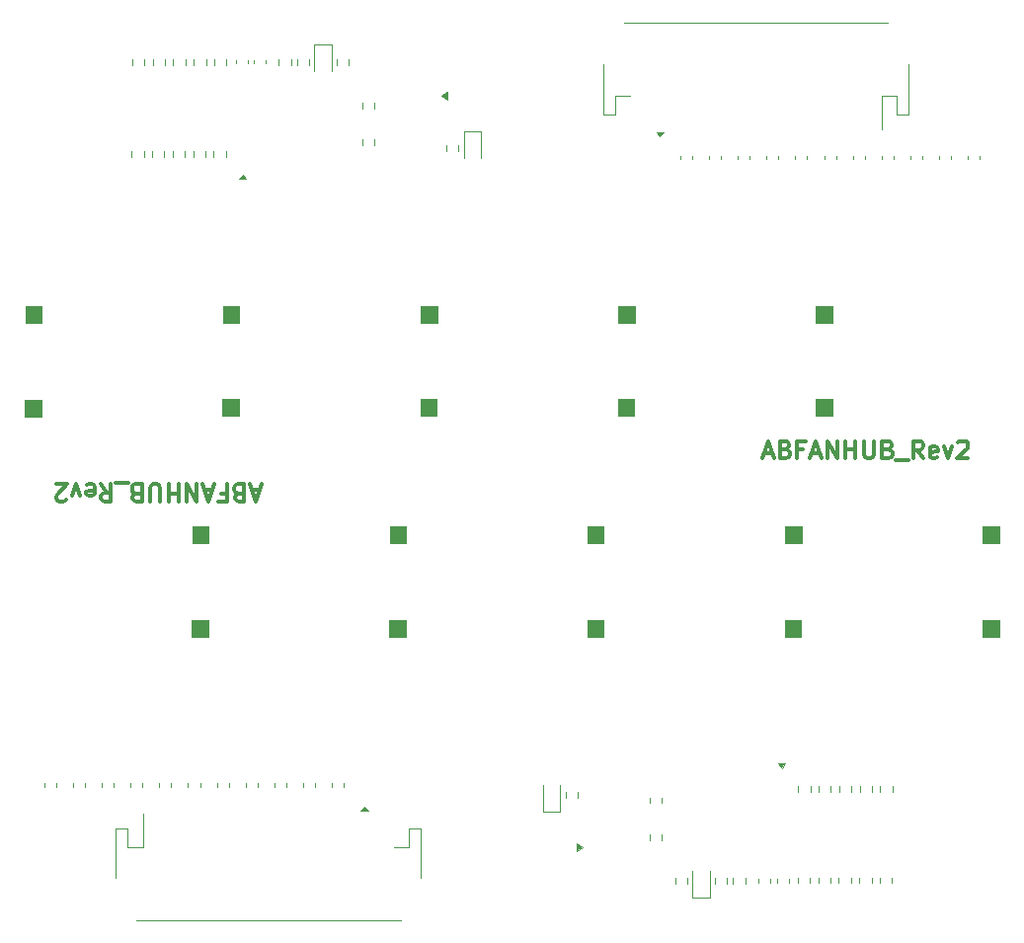
<source format=gto>
%TF.GenerationSoftware,KiCad,Pcbnew,(6.0.0-rc1-392-g84e0feeee6)*%
%TF.CreationDate,2021-12-10T20:28:18+07:00*%
%TF.ProjectId,Ambino Fan HUB CH552G_Pannelize,416d6269-6e6f-4204-9661-6e2048554220,rev?*%
%TF.SameCoordinates,Original*%
%TF.FileFunction,Legend,Top*%
%TF.FilePolarity,Positive*%
%FSLAX46Y46*%
G04 Gerber Fmt 4.6, Leading zero omitted, Abs format (unit mm)*
G04 Created by KiCad (PCBNEW (6.0.0-rc1-392-g84e0feeee6)) date 2021-12-10 20:28:18*
%MOMM*%
%LPD*%
G01*
G04 APERTURE LIST*
%ADD10C,0.300000*%
%ADD11C,0.120000*%
%ADD12C,0.100000*%
G04 APERTURE END LIST*
D10*
X112331680Y-92878000D02*
X111617394Y-92878000D01*
X112474537Y-92449428D02*
X111974537Y-93949428D01*
X111474537Y-92449428D01*
X110474537Y-93235142D02*
X110260251Y-93163714D01*
X110188822Y-93092285D01*
X110117394Y-92949428D01*
X110117394Y-92735142D01*
X110188822Y-92592285D01*
X110260251Y-92520857D01*
X110403108Y-92449428D01*
X110974537Y-92449428D01*
X110974537Y-93949428D01*
X110474537Y-93949428D01*
X110331680Y-93878000D01*
X110260251Y-93806571D01*
X110188822Y-93663714D01*
X110188822Y-93520857D01*
X110260251Y-93378000D01*
X110331680Y-93306571D01*
X110474537Y-93235142D01*
X110974537Y-93235142D01*
X108974537Y-93235142D02*
X109474537Y-93235142D01*
X109474537Y-92449428D02*
X109474537Y-93949428D01*
X108760251Y-93949428D01*
X108260251Y-92878000D02*
X107545965Y-92878000D01*
X108403108Y-92449428D02*
X107903108Y-93949428D01*
X107403108Y-92449428D01*
X106903108Y-92449428D02*
X106903108Y-93949428D01*
X106045965Y-92449428D01*
X106045965Y-93949428D01*
X105331680Y-92449428D02*
X105331680Y-93949428D01*
X105331680Y-93235142D02*
X104474537Y-93235142D01*
X104474537Y-92449428D02*
X104474537Y-93949428D01*
X103760251Y-93949428D02*
X103760251Y-92735142D01*
X103688822Y-92592285D01*
X103617394Y-92520857D01*
X103474537Y-92449428D01*
X103188822Y-92449428D01*
X103045965Y-92520857D01*
X102974537Y-92592285D01*
X102903108Y-92735142D01*
X102903108Y-93949428D01*
X101688822Y-93235142D02*
X101474537Y-93163714D01*
X101403108Y-93092285D01*
X101331680Y-92949428D01*
X101331680Y-92735142D01*
X101403108Y-92592285D01*
X101474537Y-92520857D01*
X101617394Y-92449428D01*
X102188822Y-92449428D01*
X102188822Y-93949428D01*
X101688822Y-93949428D01*
X101545965Y-93878000D01*
X101474537Y-93806571D01*
X101403108Y-93663714D01*
X101403108Y-93520857D01*
X101474537Y-93378000D01*
X101545965Y-93306571D01*
X101688822Y-93235142D01*
X102188822Y-93235142D01*
X101045965Y-92306571D02*
X99903108Y-92306571D01*
X98688822Y-92449428D02*
X99188822Y-93163714D01*
X99545965Y-92449428D02*
X99545965Y-93949428D01*
X98974537Y-93949428D01*
X98831680Y-93878000D01*
X98760251Y-93806571D01*
X98688822Y-93663714D01*
X98688822Y-93449428D01*
X98760251Y-93306571D01*
X98831680Y-93235142D01*
X98974537Y-93163714D01*
X99545965Y-93163714D01*
X97474537Y-92520857D02*
X97617394Y-92449428D01*
X97903108Y-92449428D01*
X98045965Y-92520857D01*
X98117394Y-92663714D01*
X98117394Y-93235142D01*
X98045965Y-93378000D01*
X97903108Y-93449428D01*
X97617394Y-93449428D01*
X97474537Y-93378000D01*
X97403108Y-93235142D01*
X97403108Y-93092285D01*
X98117394Y-92949428D01*
X96903108Y-93449428D02*
X96545965Y-92449428D01*
X96188822Y-93449428D01*
X95688822Y-93806571D02*
X95617394Y-93878000D01*
X95474537Y-93949428D01*
X95117394Y-93949428D01*
X94974537Y-93878000D01*
X94903108Y-93806571D01*
X94831680Y-93663714D01*
X94831680Y-93520857D01*
X94903108Y-93306571D01*
X95760251Y-92449428D01*
X94831680Y-92449428D01*
X155532750Y-89808000D02*
X156247035Y-89808000D01*
X155389892Y-90236571D02*
X155889892Y-88736571D01*
X156389892Y-90236571D01*
X157389892Y-89450857D02*
X157604178Y-89522285D01*
X157675607Y-89593714D01*
X157747035Y-89736571D01*
X157747035Y-89950857D01*
X157675607Y-90093714D01*
X157604178Y-90165142D01*
X157461321Y-90236571D01*
X156889892Y-90236571D01*
X156889892Y-88736571D01*
X157389892Y-88736571D01*
X157532750Y-88808000D01*
X157604178Y-88879428D01*
X157675607Y-89022285D01*
X157675607Y-89165142D01*
X157604178Y-89308000D01*
X157532750Y-89379428D01*
X157389892Y-89450857D01*
X156889892Y-89450857D01*
X158889892Y-89450857D02*
X158389892Y-89450857D01*
X158389892Y-90236571D02*
X158389892Y-88736571D01*
X159104178Y-88736571D01*
X159604178Y-89808000D02*
X160318464Y-89808000D01*
X159461321Y-90236571D02*
X159961321Y-88736571D01*
X160461321Y-90236571D01*
X160961321Y-90236571D02*
X160961321Y-88736571D01*
X161818464Y-90236571D01*
X161818464Y-88736571D01*
X162532750Y-90236571D02*
X162532750Y-88736571D01*
X162532750Y-89450857D02*
X163389892Y-89450857D01*
X163389892Y-90236571D02*
X163389892Y-88736571D01*
X164104178Y-88736571D02*
X164104178Y-89950857D01*
X164175607Y-90093714D01*
X164247035Y-90165142D01*
X164389892Y-90236571D01*
X164675607Y-90236571D01*
X164818464Y-90165142D01*
X164889892Y-90093714D01*
X164961321Y-89950857D01*
X164961321Y-88736571D01*
X166175607Y-89450857D02*
X166389892Y-89522285D01*
X166461321Y-89593714D01*
X166532750Y-89736571D01*
X166532750Y-89950857D01*
X166461321Y-90093714D01*
X166389892Y-90165142D01*
X166247035Y-90236571D01*
X165675607Y-90236571D01*
X165675607Y-88736571D01*
X166175607Y-88736571D01*
X166318464Y-88808000D01*
X166389892Y-88879428D01*
X166461321Y-89022285D01*
X166461321Y-89165142D01*
X166389892Y-89308000D01*
X166318464Y-89379428D01*
X166175607Y-89450857D01*
X165675607Y-89450857D01*
X166818464Y-90379428D02*
X167961321Y-90379428D01*
X169175607Y-90236571D02*
X168675607Y-89522285D01*
X168318464Y-90236571D02*
X168318464Y-88736571D01*
X168889892Y-88736571D01*
X169032750Y-88808000D01*
X169104178Y-88879428D01*
X169175607Y-89022285D01*
X169175607Y-89236571D01*
X169104178Y-89379428D01*
X169032750Y-89450857D01*
X168889892Y-89522285D01*
X168318464Y-89522285D01*
X170389892Y-90165142D02*
X170247035Y-90236571D01*
X169961321Y-90236571D01*
X169818464Y-90165142D01*
X169747035Y-90022285D01*
X169747035Y-89450857D01*
X169818464Y-89308000D01*
X169961321Y-89236571D01*
X170247035Y-89236571D01*
X170389892Y-89308000D01*
X170461321Y-89450857D01*
X170461321Y-89593714D01*
X169747035Y-89736571D01*
X170961321Y-89236571D02*
X171318464Y-90236571D01*
X171675607Y-89236571D01*
X172175607Y-88879428D02*
X172247035Y-88808000D01*
X172389892Y-88736571D01*
X172747035Y-88736571D01*
X172889892Y-88808000D01*
X172961321Y-88879428D01*
X173032750Y-89022285D01*
X173032750Y-89165142D01*
X172961321Y-89379428D01*
X172104178Y-90236571D01*
X173032750Y-90236571D01*
D11*
%TO.C,R2*%
X145713180Y-119793258D02*
X145713180Y-119318742D01*
X146758180Y-119793258D02*
X146758180Y-119318742D01*
%TO.C,R18*%
X152345180Y-126663258D02*
X152345180Y-126188742D01*
X151300180Y-126663258D02*
X151300180Y-126188742D01*
%TO.C,R17*%
X152890180Y-126673258D02*
X152890180Y-126198742D01*
X153935180Y-126673258D02*
X153935180Y-126198742D01*
%TO.C,R15*%
X166518180Y-126168742D02*
X166518180Y-126643258D01*
X165473180Y-126168742D02*
X165473180Y-126643258D01*
%TO.C,R7*%
X162988180Y-126168742D02*
X162988180Y-126643258D01*
X161943180Y-126168742D02*
X161943180Y-126643258D01*
%TO.C,R11*%
X163708180Y-126168742D02*
X163708180Y-126643258D01*
X164753180Y-126168742D02*
X164753180Y-126643258D01*
%TO.C,R13*%
X166541180Y-118803258D02*
X166541180Y-118328742D01*
X165496180Y-118803258D02*
X165496180Y-118328742D01*
%TO.C,C6*%
X157640680Y-126305420D02*
X157640680Y-126586580D01*
X156620680Y-126305420D02*
X156620680Y-126586580D01*
%TO.C,R12*%
X160228930Y-118803258D02*
X160228930Y-118328742D01*
X161273930Y-118803258D02*
X161273930Y-118328742D01*
%TO.C,R16*%
X159518180Y-118803258D02*
X159518180Y-118328742D01*
X158473180Y-118803258D02*
X158473180Y-118328742D01*
%TO.C,R10*%
X161223180Y-126168742D02*
X161223180Y-126643258D01*
X160178180Y-126168742D02*
X160178180Y-126643258D01*
%TO.C,U2*%
X121245680Y-120086000D02*
X121575680Y-120446000D01*
X121575680Y-120446000D02*
X120925680Y-120446000D01*
X120925680Y-120446000D02*
X121245680Y-120086000D01*
G36*
X121575680Y-120446000D02*
G01*
X120925680Y-120446000D01*
X121245680Y-120086000D01*
X121575680Y-120446000D01*
G37*
X121575680Y-120446000D02*
X120925680Y-120446000D01*
X121245680Y-120086000D01*
X121575680Y-120446000D01*
%TO.C,F5*%
X107174570Y-118095721D02*
X107174570Y-118421279D01*
X106154570Y-118095721D02*
X106154570Y-118421279D01*
%TO.C,U1*%
X157042514Y-116813349D02*
X156722514Y-116403349D01*
X156722514Y-116403349D02*
X157362514Y-116403349D01*
X157362514Y-116403349D02*
X157042514Y-116813349D01*
G36*
X157042514Y-116813349D02*
G01*
X156722514Y-116403349D01*
X157362514Y-116403349D01*
X157042514Y-116813349D01*
G37*
X157042514Y-116813349D02*
X156722514Y-116403349D01*
X157362514Y-116403349D01*
X157042514Y-116813349D01*
%TO.C,F1*%
X93813456Y-118095721D02*
X93813456Y-118421279D01*
X94833456Y-118095721D02*
X94833456Y-118421279D01*
%TO.C,F6*%
X117047458Y-118095721D02*
X117047458Y-118421279D01*
X116027458Y-118095721D02*
X116027458Y-118421279D01*
%TO.C,R14*%
X159458180Y-126168742D02*
X159458180Y-126643258D01*
X158413180Y-126168742D02*
X158413180Y-126643258D01*
%TO.C,R8*%
X161984680Y-118803258D02*
X161984680Y-118328742D01*
X163029680Y-118803258D02*
X163029680Y-118328742D01*
%TO.C,D4*%
X136580680Y-118251000D02*
X136580680Y-120536000D01*
X136580680Y-120536000D02*
X138050680Y-120536000D01*
X138050680Y-120536000D02*
X138050680Y-118251000D01*
%TO.C,R9*%
X164785430Y-118803258D02*
X164785430Y-118328742D01*
X163740430Y-118803258D02*
X163740430Y-118328742D01*
%TO.C,F7*%
X113559236Y-118095721D02*
X113559236Y-118421279D01*
X114579236Y-118095721D02*
X114579236Y-118421279D01*
%TO.C,F10*%
X96281682Y-118095721D02*
X96281682Y-118421279D01*
X97301682Y-118095721D02*
X97301682Y-118421279D01*
%TO.C,R20*%
X148968180Y-126198742D02*
X148968180Y-126673258D01*
X147923180Y-126198742D02*
X147923180Y-126673258D01*
%TO.C,R21*%
X139558180Y-119308258D02*
X139558180Y-118833742D01*
X138513180Y-119308258D02*
X138513180Y-118833742D01*
%TO.C,D3*%
X149420680Y-127911000D02*
X150890680Y-127911000D01*
X150890680Y-127911000D02*
X150890680Y-125626000D01*
X149420680Y-125626000D02*
X149420680Y-127911000D01*
D12*
%TO.C,J13*%
X124820680Y-105526000D02*
X123420680Y-105526000D01*
X123420680Y-105526000D02*
X123420680Y-104076000D01*
X123420680Y-104076000D02*
X124820680Y-104076000D01*
X124820680Y-104076000D02*
X124820680Y-105526000D01*
G36*
X124820680Y-105526000D02*
G01*
X123420680Y-105526000D01*
X123420680Y-104076000D01*
X124820680Y-104076000D01*
X124820680Y-105526000D01*
G37*
X124820680Y-105526000D02*
X123420680Y-105526000D01*
X123420680Y-104076000D01*
X124820680Y-104076000D01*
X124820680Y-105526000D01*
D11*
%TO.C,J1*%
X125065680Y-121976000D02*
X125065680Y-123576000D01*
X100985680Y-123576000D02*
X102265680Y-123576000D01*
X100985680Y-121976000D02*
X100985680Y-123576000D01*
X99965680Y-126226000D02*
X99965680Y-121976000D01*
X126085680Y-126226000D02*
X126085680Y-121976000D01*
X99965680Y-121976000D02*
X100985680Y-121976000D01*
X126085680Y-121976000D02*
X125065680Y-121976000D01*
X102265680Y-123576000D02*
X102265680Y-120686000D01*
X101685680Y-129796000D02*
X124365680Y-129796000D01*
X125065680Y-123576000D02*
X123785680Y-123576000D01*
%TO.C,Q1*%
X139966592Y-123548579D02*
X139506592Y-123874705D01*
X139506592Y-123874705D02*
X139506592Y-123224705D01*
X139506592Y-123224705D02*
X139966592Y-123548579D01*
G36*
X139966592Y-123548579D02*
G01*
X139506592Y-123874705D01*
X139506592Y-123224705D01*
X139966592Y-123548579D01*
G37*
X139966592Y-123548579D02*
X139506592Y-123874705D01*
X139506592Y-123224705D01*
X139966592Y-123548579D01*
%TO.C,R1*%
X146758180Y-122478742D02*
X146758180Y-122953258D01*
X145713180Y-122478742D02*
X145713180Y-122953258D01*
%TO.C,C7*%
X156090680Y-126305420D02*
X156090680Y-126586580D01*
X155070680Y-126305420D02*
X155070680Y-126586580D01*
%TO.C,F11*%
X119515680Y-118421279D02*
X119515680Y-118095721D01*
X118495680Y-118421279D02*
X118495680Y-118095721D01*
D12*
%TO.C,J11*%
X158720680Y-105526000D02*
X157320680Y-105526000D01*
X157320680Y-105526000D02*
X157320680Y-104076000D01*
X157320680Y-104076000D02*
X158720680Y-104076000D01*
X158720680Y-104076000D02*
X158720680Y-105526000D01*
G36*
X158720680Y-105526000D02*
G01*
X157320680Y-105526000D01*
X157320680Y-104076000D01*
X158720680Y-104076000D01*
X158720680Y-105526000D01*
G37*
X158720680Y-105526000D02*
X157320680Y-105526000D01*
X157320680Y-104076000D01*
X158720680Y-104076000D01*
X158720680Y-105526000D01*
%TO.C,J10*%
X175670680Y-105526000D02*
X174270680Y-105526000D01*
X174270680Y-105526000D02*
X174270680Y-104076000D01*
X174270680Y-104076000D02*
X175670680Y-104076000D01*
X175670680Y-104076000D02*
X175670680Y-105526000D01*
G36*
X175670680Y-105526000D02*
G01*
X174270680Y-105526000D01*
X174270680Y-104076000D01*
X175670680Y-104076000D01*
X175670680Y-105526000D01*
G37*
X175670680Y-105526000D02*
X174270680Y-105526000D01*
X174270680Y-104076000D01*
X175670680Y-104076000D01*
X175670680Y-105526000D01*
%TO.C,J12*%
X141770680Y-105526000D02*
X140370680Y-105526000D01*
X140370680Y-105526000D02*
X140370680Y-104076000D01*
X140370680Y-104076000D02*
X141770680Y-104076000D01*
X141770680Y-104076000D02*
X141770680Y-105526000D01*
G36*
X141770680Y-105526000D02*
G01*
X140370680Y-105526000D01*
X140370680Y-104076000D01*
X141770680Y-104076000D01*
X141770680Y-105526000D01*
G37*
X141770680Y-105526000D02*
X140370680Y-105526000D01*
X140370680Y-104076000D01*
X141770680Y-104076000D01*
X141770680Y-105526000D01*
%TO.C,J8*%
X158745680Y-97526000D02*
X157345680Y-97526000D01*
X157345680Y-97526000D02*
X157345680Y-96076000D01*
X157345680Y-96076000D02*
X158745680Y-96076000D01*
X158745680Y-96076000D02*
X158745680Y-97526000D01*
G36*
X158745680Y-97526000D02*
G01*
X157345680Y-97526000D01*
X157345680Y-96076000D01*
X158745680Y-96076000D01*
X158745680Y-97526000D01*
G37*
X158745680Y-97526000D02*
X157345680Y-97526000D01*
X157345680Y-96076000D01*
X158745680Y-96076000D01*
X158745680Y-97526000D01*
%TO.C,J9*%
X175695680Y-97501000D02*
X174295680Y-97501000D01*
X174295680Y-97501000D02*
X174295680Y-96051000D01*
X174295680Y-96051000D02*
X175695680Y-96051000D01*
X175695680Y-96051000D02*
X175695680Y-97501000D01*
G36*
X175695680Y-97501000D02*
G01*
X174295680Y-97501000D01*
X174295680Y-96051000D01*
X175695680Y-96051000D01*
X175695680Y-97501000D01*
G37*
X175695680Y-97501000D02*
X174295680Y-97501000D01*
X174295680Y-96051000D01*
X175695680Y-96051000D01*
X175695680Y-97501000D01*
%TO.C,J7*%
X141795680Y-97526000D02*
X140395680Y-97526000D01*
X140395680Y-97526000D02*
X140395680Y-96076000D01*
X140395680Y-96076000D02*
X141795680Y-96076000D01*
X141795680Y-96076000D02*
X141795680Y-97526000D01*
G36*
X141795680Y-97526000D02*
G01*
X140395680Y-97526000D01*
X140395680Y-96076000D01*
X141795680Y-96076000D01*
X141795680Y-97526000D01*
G37*
X141795680Y-97526000D02*
X140395680Y-97526000D01*
X140395680Y-96076000D01*
X141795680Y-96076000D01*
X141795680Y-97526000D01*
D11*
%TO.C,F4*%
X103686348Y-118095721D02*
X103686348Y-118421279D01*
X104706348Y-118095721D02*
X104706348Y-118421279D01*
%TO.C,F8*%
X112111014Y-118095721D02*
X112111014Y-118421279D01*
X111091014Y-118095721D02*
X111091014Y-118421279D01*
%TO.C,F2*%
X99769904Y-118095721D02*
X99769904Y-118421279D01*
X98749904Y-118095721D02*
X98749904Y-118421279D01*
%TO.C,F9*%
X108622792Y-118095721D02*
X108622792Y-118421279D01*
X109642792Y-118095721D02*
X109642792Y-118421279D01*
%TO.C,F3*%
X102238126Y-118095721D02*
X102238126Y-118421279D01*
X101218126Y-118095721D02*
X101218126Y-118421279D01*
D12*
%TO.C,J14*%
X107870680Y-105526000D02*
X106470680Y-105526000D01*
X106470680Y-105526000D02*
X106470680Y-104076000D01*
X106470680Y-104076000D02*
X107870680Y-104076000D01*
X107870680Y-104076000D02*
X107870680Y-105526000D01*
G36*
X107870680Y-105526000D02*
G01*
X106470680Y-105526000D01*
X106470680Y-104076000D01*
X107870680Y-104076000D01*
X107870680Y-105526000D01*
G37*
X107870680Y-105526000D02*
X106470680Y-105526000D01*
X106470680Y-104076000D01*
X107870680Y-104076000D01*
X107870680Y-105526000D01*
%TO.C,J6*%
X124845680Y-97526000D02*
X123445680Y-97526000D01*
X123445680Y-97526000D02*
X123445680Y-96076000D01*
X123445680Y-96076000D02*
X124845680Y-96076000D01*
X124845680Y-96076000D02*
X124845680Y-97526000D01*
G36*
X124845680Y-97526000D02*
G01*
X123445680Y-97526000D01*
X123445680Y-96076000D01*
X124845680Y-96076000D01*
X124845680Y-97526000D01*
G37*
X124845680Y-97526000D02*
X123445680Y-97526000D01*
X123445680Y-96076000D01*
X124845680Y-96076000D01*
X124845680Y-97526000D01*
%TO.C,J5*%
X107895680Y-97526000D02*
X106495680Y-97526000D01*
X106495680Y-97526000D02*
X106495680Y-96076000D01*
X106495680Y-96076000D02*
X107895680Y-96076000D01*
X107895680Y-96076000D02*
X107895680Y-97526000D01*
G36*
X107895680Y-97526000D02*
G01*
X106495680Y-97526000D01*
X106495680Y-96076000D01*
X107895680Y-96076000D01*
X107895680Y-97526000D01*
G37*
X107895680Y-97526000D02*
X106495680Y-97526000D01*
X106495680Y-96076000D01*
X107895680Y-96076000D01*
X107895680Y-97526000D01*
X159968750Y-85160000D02*
X161368750Y-85160000D01*
X161368750Y-85160000D02*
X161368750Y-86610000D01*
X161368750Y-86610000D02*
X159968750Y-86610000D01*
X159968750Y-86610000D02*
X159968750Y-85160000D01*
G36*
X161368750Y-86610000D02*
G01*
X159968750Y-86610000D01*
X159968750Y-85160000D01*
X161368750Y-85160000D01*
X161368750Y-86610000D01*
G37*
X161368750Y-86610000D02*
X159968750Y-86610000D01*
X159968750Y-85160000D01*
X161368750Y-85160000D01*
X161368750Y-86610000D01*
%TO.C,J6*%
X143018750Y-85160000D02*
X144418750Y-85160000D01*
X144418750Y-85160000D02*
X144418750Y-86610000D01*
X144418750Y-86610000D02*
X143018750Y-86610000D01*
X143018750Y-86610000D02*
X143018750Y-85160000D01*
G36*
X144418750Y-86610000D02*
G01*
X143018750Y-86610000D01*
X143018750Y-85160000D01*
X144418750Y-85160000D01*
X144418750Y-86610000D01*
G37*
X144418750Y-86610000D02*
X143018750Y-86610000D01*
X143018750Y-85160000D01*
X144418750Y-85160000D01*
X144418750Y-86610000D01*
%TO.C,J7*%
X126068750Y-85160000D02*
X127468750Y-85160000D01*
X127468750Y-85160000D02*
X127468750Y-86610000D01*
X127468750Y-86610000D02*
X126068750Y-86610000D01*
X126068750Y-86610000D02*
X126068750Y-85160000D01*
G36*
X127468750Y-86610000D02*
G01*
X126068750Y-86610000D01*
X126068750Y-85160000D01*
X127468750Y-85160000D01*
X127468750Y-86610000D01*
G37*
X127468750Y-86610000D02*
X126068750Y-86610000D01*
X126068750Y-85160000D01*
X127468750Y-85160000D01*
X127468750Y-86610000D01*
%TO.C,J8*%
X109118750Y-85160000D02*
X110518750Y-85160000D01*
X110518750Y-85160000D02*
X110518750Y-86610000D01*
X110518750Y-86610000D02*
X109118750Y-86610000D01*
X109118750Y-86610000D02*
X109118750Y-85160000D01*
G36*
X110518750Y-86610000D02*
G01*
X109118750Y-86610000D01*
X109118750Y-85160000D01*
X110518750Y-85160000D01*
X110518750Y-86610000D01*
G37*
X110518750Y-86610000D02*
X109118750Y-86610000D01*
X109118750Y-85160000D01*
X110518750Y-85160000D01*
X110518750Y-86610000D01*
%TO.C,J9*%
X92168750Y-85185000D02*
X93568750Y-85185000D01*
X93568750Y-85185000D02*
X93568750Y-86635000D01*
X93568750Y-86635000D02*
X92168750Y-86635000D01*
X92168750Y-86635000D02*
X92168750Y-85185000D01*
G36*
X93568750Y-86635000D02*
G01*
X92168750Y-86635000D01*
X92168750Y-85185000D01*
X93568750Y-85185000D01*
X93568750Y-86635000D01*
G37*
X93568750Y-86635000D02*
X92168750Y-86635000D01*
X92168750Y-85185000D01*
X93568750Y-85185000D01*
X93568750Y-86635000D01*
%TO.C,J10*%
X92193750Y-77160000D02*
X93593750Y-77160000D01*
X93593750Y-77160000D02*
X93593750Y-78610000D01*
X93593750Y-78610000D02*
X92193750Y-78610000D01*
X92193750Y-78610000D02*
X92193750Y-77160000D01*
G36*
X93593750Y-78610000D02*
G01*
X92193750Y-78610000D01*
X92193750Y-77160000D01*
X93593750Y-77160000D01*
X93593750Y-78610000D01*
G37*
X93593750Y-78610000D02*
X92193750Y-78610000D01*
X92193750Y-77160000D01*
X93593750Y-77160000D01*
X93593750Y-78610000D01*
%TO.C,J11*%
X109143750Y-77160000D02*
X110543750Y-77160000D01*
X110543750Y-77160000D02*
X110543750Y-78610000D01*
X110543750Y-78610000D02*
X109143750Y-78610000D01*
X109143750Y-78610000D02*
X109143750Y-77160000D01*
G36*
X110543750Y-78610000D02*
G01*
X109143750Y-78610000D01*
X109143750Y-77160000D01*
X110543750Y-77160000D01*
X110543750Y-78610000D01*
G37*
X110543750Y-78610000D02*
X109143750Y-78610000D01*
X109143750Y-77160000D01*
X110543750Y-77160000D01*
X110543750Y-78610000D01*
%TO.C,J12*%
X126093750Y-77160000D02*
X127493750Y-77160000D01*
X127493750Y-77160000D02*
X127493750Y-78610000D01*
X127493750Y-78610000D02*
X126093750Y-78610000D01*
X126093750Y-78610000D02*
X126093750Y-77160000D01*
G36*
X127493750Y-78610000D02*
G01*
X126093750Y-78610000D01*
X126093750Y-77160000D01*
X127493750Y-77160000D01*
X127493750Y-78610000D01*
G37*
X127493750Y-78610000D02*
X126093750Y-78610000D01*
X126093750Y-77160000D01*
X127493750Y-77160000D01*
X127493750Y-78610000D01*
%TO.C,J13*%
X143043750Y-77160000D02*
X144443750Y-77160000D01*
X144443750Y-77160000D02*
X144443750Y-78610000D01*
X144443750Y-78610000D02*
X143043750Y-78610000D01*
X143043750Y-78610000D02*
X143043750Y-77160000D01*
G36*
X144443750Y-78610000D02*
G01*
X143043750Y-78610000D01*
X143043750Y-77160000D01*
X144443750Y-77160000D01*
X144443750Y-78610000D01*
G37*
X144443750Y-78610000D02*
X143043750Y-78610000D01*
X143043750Y-77160000D01*
X144443750Y-77160000D01*
X144443750Y-78610000D01*
%TO.C,J14*%
X159993750Y-77160000D02*
X161393750Y-77160000D01*
X161393750Y-77160000D02*
X161393750Y-78610000D01*
X161393750Y-78610000D02*
X159993750Y-78610000D01*
X159993750Y-78610000D02*
X159993750Y-77160000D01*
G36*
X161393750Y-78610000D02*
G01*
X159993750Y-78610000D01*
X159993750Y-77160000D01*
X161393750Y-77160000D01*
X161393750Y-78610000D01*
G37*
X161393750Y-78610000D02*
X159993750Y-78610000D01*
X159993750Y-77160000D01*
X161393750Y-77160000D01*
X161393750Y-78610000D01*
D11*
%TO.C,F11*%
X148348750Y-64264721D02*
X148348750Y-64590279D01*
X149368750Y-64264721D02*
X149368750Y-64590279D01*
%TO.C,C7*%
X111773750Y-56380580D02*
X111773750Y-56099420D01*
X112793750Y-56380580D02*
X112793750Y-56099420D01*
%TO.C,Q1*%
X127897838Y-59137421D02*
X128357838Y-58811295D01*
X128357838Y-58811295D02*
X128357838Y-59461295D01*
X128357838Y-59461295D02*
X127897838Y-59137421D01*
G36*
X128357838Y-59461295D02*
G01*
X127897838Y-59137421D01*
X128357838Y-58811295D01*
X128357838Y-59461295D01*
G37*
X128357838Y-59461295D02*
X127897838Y-59137421D01*
X128357838Y-58811295D01*
X128357838Y-59461295D01*
%TO.C,R1*%
X121106250Y-60207258D02*
X121106250Y-59732742D01*
X122151250Y-60207258D02*
X122151250Y-59732742D01*
%TO.C,J1*%
X142798750Y-60710000D02*
X142798750Y-59110000D01*
X166878750Y-59110000D02*
X165598750Y-59110000D01*
X166878750Y-60710000D02*
X166878750Y-59110000D01*
X167898750Y-56460000D02*
X167898750Y-60710000D01*
X141778750Y-56460000D02*
X141778750Y-60710000D01*
X167898750Y-60710000D02*
X166878750Y-60710000D01*
X141778750Y-60710000D02*
X142798750Y-60710000D01*
X165598750Y-59110000D02*
X165598750Y-62000000D01*
X166178750Y-52890000D02*
X143498750Y-52890000D01*
X142798750Y-59110000D02*
X144078750Y-59110000D01*
%TO.C,F3*%
X165626304Y-64590279D02*
X165626304Y-64264721D01*
X166646304Y-64590279D02*
X166646304Y-64264721D01*
%TO.C,F9*%
X159241638Y-64590279D02*
X159241638Y-64264721D01*
X158221638Y-64590279D02*
X158221638Y-64264721D01*
%TO.C,F2*%
X168094526Y-64590279D02*
X168094526Y-64264721D01*
X169114526Y-64590279D02*
X169114526Y-64264721D01*
%TO.C,F8*%
X155753416Y-64590279D02*
X155753416Y-64264721D01*
X156773416Y-64590279D02*
X156773416Y-64264721D01*
%TO.C,F4*%
X164178082Y-64590279D02*
X164178082Y-64264721D01*
X163158082Y-64590279D02*
X163158082Y-64264721D01*
%TO.C,F6*%
X150816972Y-64590279D02*
X150816972Y-64264721D01*
X151836972Y-64590279D02*
X151836972Y-64264721D01*
%TO.C,F7*%
X154305194Y-64590279D02*
X154305194Y-64264721D01*
X153285194Y-64590279D02*
X153285194Y-64264721D01*
%TO.C,F10*%
X171582748Y-64590279D02*
X171582748Y-64264721D01*
X170562748Y-64590279D02*
X170562748Y-64264721D01*
%TO.C,F1*%
X174050974Y-64590279D02*
X174050974Y-64264721D01*
X173030974Y-64590279D02*
X173030974Y-64264721D01*
%TO.C,F5*%
X160689860Y-64590279D02*
X160689860Y-64264721D01*
X161709860Y-64590279D02*
X161709860Y-64264721D01*
%TO.C,R9*%
X103079000Y-63882742D02*
X103079000Y-64357258D01*
X104124000Y-63882742D02*
X104124000Y-64357258D01*
%TO.C,R7*%
X104876250Y-56517258D02*
X104876250Y-56042742D01*
X105921250Y-56517258D02*
X105921250Y-56042742D01*
%TO.C,R11*%
X104156250Y-56517258D02*
X104156250Y-56042742D01*
X103111250Y-56517258D02*
X103111250Y-56042742D01*
%TO.C,R13*%
X101323250Y-63882742D02*
X101323250Y-64357258D01*
X102368250Y-63882742D02*
X102368250Y-64357258D01*
%TO.C,R15*%
X101346250Y-56517258D02*
X101346250Y-56042742D01*
X102391250Y-56517258D02*
X102391250Y-56042742D01*
%TO.C,D3*%
X118443750Y-54775000D02*
X116973750Y-54775000D01*
X116973750Y-54775000D02*
X116973750Y-57060000D01*
X118443750Y-57060000D02*
X118443750Y-54775000D01*
%TO.C,D4*%
X131283750Y-64435000D02*
X131283750Y-62150000D01*
X131283750Y-62150000D02*
X129813750Y-62150000D01*
X129813750Y-62150000D02*
X129813750Y-64435000D01*
%TO.C,R21*%
X128306250Y-63377742D02*
X128306250Y-63852258D01*
X129351250Y-63377742D02*
X129351250Y-63852258D01*
%TO.C,C6*%
X110223750Y-56380580D02*
X110223750Y-56099420D01*
X111243750Y-56380580D02*
X111243750Y-56099420D01*
%TO.C,R20*%
X118896250Y-56487258D02*
X118896250Y-56012742D01*
X119941250Y-56487258D02*
X119941250Y-56012742D01*
%TO.C,R8*%
X105879750Y-63882742D02*
X105879750Y-64357258D01*
X104834750Y-63882742D02*
X104834750Y-64357258D01*
%TO.C,R14*%
X108406250Y-56517258D02*
X108406250Y-56042742D01*
X109451250Y-56517258D02*
X109451250Y-56042742D01*
%TO.C,R16*%
X108346250Y-63882742D02*
X108346250Y-64357258D01*
X109391250Y-63882742D02*
X109391250Y-64357258D01*
%TO.C,R10*%
X106641250Y-56517258D02*
X106641250Y-56042742D01*
X107686250Y-56517258D02*
X107686250Y-56042742D01*
%TO.C,R12*%
X107635500Y-63882742D02*
X107635500Y-64357258D01*
X106590500Y-63882742D02*
X106590500Y-64357258D01*
%TO.C,U1*%
X110821916Y-65872651D02*
X111141916Y-66282651D01*
X111141916Y-66282651D02*
X110501916Y-66282651D01*
X110501916Y-66282651D02*
X110821916Y-65872651D01*
G36*
X111141916Y-66282651D02*
G01*
X110501916Y-66282651D01*
X110821916Y-65872651D01*
X111141916Y-66282651D01*
G37*
X111141916Y-66282651D02*
X110501916Y-66282651D01*
X110821916Y-65872651D01*
X111141916Y-66282651D01*
%TO.C,U2*%
X146618750Y-62600000D02*
X146288750Y-62240000D01*
X146288750Y-62240000D02*
X146938750Y-62240000D01*
X146938750Y-62240000D02*
X146618750Y-62600000D01*
G36*
X146618750Y-62600000D02*
G01*
X146288750Y-62240000D01*
X146938750Y-62240000D01*
X146618750Y-62600000D01*
G37*
X146618750Y-62600000D02*
X146288750Y-62240000D01*
X146938750Y-62240000D01*
X146618750Y-62600000D01*
%TO.C,R18*%
X115519250Y-56022742D02*
X115519250Y-56497258D01*
X116564250Y-56022742D02*
X116564250Y-56497258D01*
%TO.C,R17*%
X114974250Y-56012742D02*
X114974250Y-56487258D01*
X113929250Y-56012742D02*
X113929250Y-56487258D01*
%TO.C,R2*%
X122151250Y-62892742D02*
X122151250Y-63367258D01*
X121106250Y-62892742D02*
X121106250Y-63367258D01*
%TD*%
M02*

</source>
